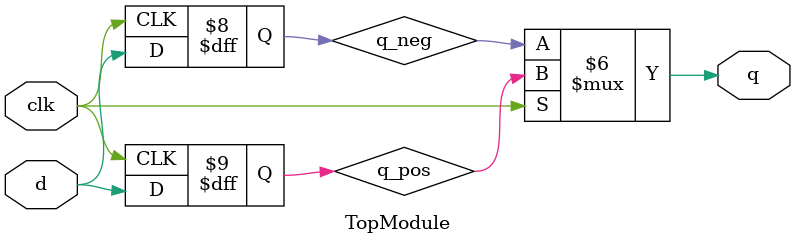
<source format=sv>

module TopModule (
  input clk,
  input d,
  output reg q
);
// Use two flip-flops: one triggered on positive edge, one on negative edge.
// Then combine their outputs with a multiplexer that toggles on each edge.

reg q_pos, q_neg;
wire clk_inv;

// Invert the clock to create the negative-edge trigger signal
assign clk_inv = ~clk;

// Positive-edge triggered flip-flop
always @(posedge clk) begin
    q_pos <= d;
end

// Negative-edge triggered flip-flop (using inverted clock as positive edge)
always @(posedge clk_inv) begin
    q_neg <= d;
end

// Multiplexer to select the correct output based on the current clock level
always @(*) begin
    if (clk) begin
        q = q_pos;
    end else begin
        q = q_neg;
    end
end

endmodule

</source>
